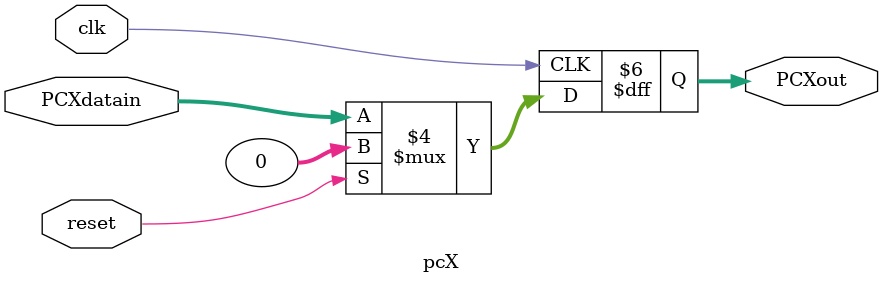
<source format=v>
module pcX (
    input wire clk,           // Señal de reloj
    input wire reset,         // Señal de reinicio
    input wire [31:0] PCXdatain, // Entrada de datos
    output reg [31:0] PCXout
);

always @(negedge clk) begin
    if (reset == 1) begin
        PCXout <= 32'b00000000000000000000000000000000;
    end
    else begin
        PCXout <= PCXdatain;
    end
end

endmodule
</source>
